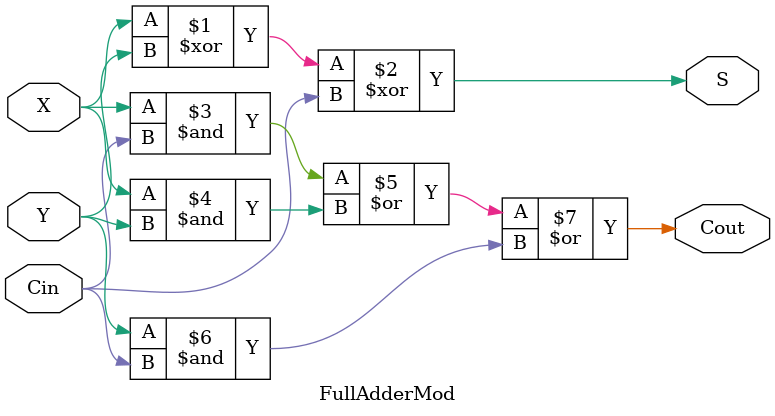
<source format=v>

module TestMod;   
                  
   parameter STDIN = 32'h8000_0000; 							// I/O address of keyboard input channel

   reg [7:0] str [1:3], str1[1:2]; 						
   reg [4:0] X, Y;      										// 5-bit X, Y to sum
   reg Op;
   wire [4:0] S;        										// 5-bit Sum to see as result
   wire C4,C5;             									// like to know this as well from result of adder

   BigAdder BA(X,Y,Op,S,C4,C5);
   
   initial 
   begin
   
      $display("Enter X (two digit 00 ~ 15): ");
      str[1] = $fgetc(STDIN);
      str[2] = $fgetc(STDIN);
	  str[3] = $fgetc(STDIN);
	  X = (str[1] - 48)*10 + (str[2] - 48);
	  
	  $display("Enter Y (two digit 00 ~ 15): ");
      str[1] = $fgetc(STDIN);
      str[2] = $fgetc(STDIN);
	  str[3] = $fgetc(STDIN);
	  Y = (str[1] - 48)*10 + (str[2] - 48);
	  
	  $display("Enter either '+' or '-': ");
	  str1[1] = $fgetc(STDIN);
	  str1[2] = $fgetc(STDIN);
	  
	  if(str1[1] == 43)
		Op = str1[1] + 5;
	  else
		Op = str1[1] + 4;
		
      #20; 		                                        		// wait until adder gets them processed
	  
      $display("X = %b (%d)\tY = %b (%d)\tC0 = %d", X,X,Y,Y,Op);
      $display("Result = %b (as unsigned %d)", S, S);
	  $display("C4 = %b\tC5 = %b\tE = %b",C4,C5,C4^C5);
	  
	  if(C4^C5 == 0)
		$display("Since E is 0, C5 is not needed");
	  else	
		$display("Since E is 1, correct with C5 in front: %b%b", C5, S);
	  
   end
     
endmodule

module BigAdder(X, Y, Op, S, C3, C5);

	input [4:0] X, Y;
	input Op;
	output [4:0] S;        										// S should be similar
	output C3,C5;      											// another output for a different size
	wire C1,C2,C0,C5,Y1,Y2,Y3,Y4;     	

	xor(Y1, Y[0], Op);
	xor(Y2, Y[1], Op);
	xor(Y3, Y[2], Op);
	xor(Y4, Y[3], Op);
	xor(Y5, Y[4], Op);

	FullAdderMod a0(X[0], Y1, Op, S[0], C0);
	FullAdderMod a1(X[1], Y2, C0, S[1], C1);
	FullAdderMod a2(X[2], Y3, C1, S[2], C2);
	FullAdderMod a3(X[3], Y4, C2, S[3], C3);
	FullAdderMod a4(X[4], Y5, C3, S[4], C5);
   
endmodule

module FullAdderMod(X, Y, Cin, S, Cout); 						// single-bit adder module
	
	input X,Y,Cin;
	output Cout,S;
	
	assign S = X ^ Y ^ Cin;
	assign Cout = (X & Cin) | (X & Y) | (Y & Cin);

endmodule
</source>
